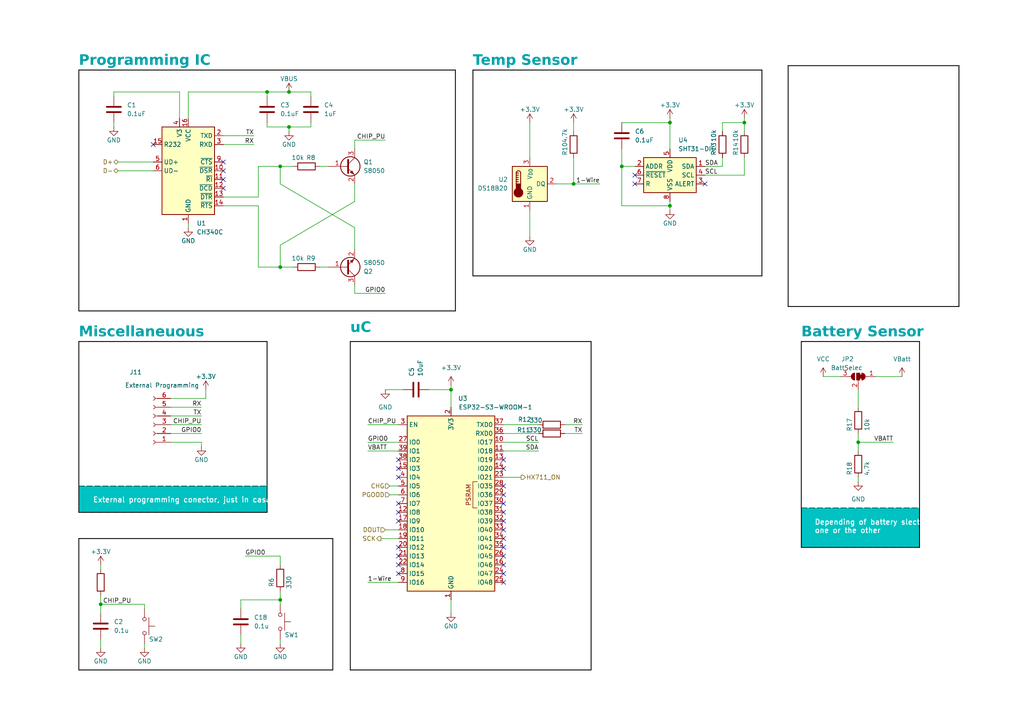
<source format=kicad_sch>
(kicad_sch (version 20231120) (generator "eeschema") (generator_version "8.0")
  (paper "A4")
  (title_block (title "Gas Weigther") (date "2024-08-26") (rev "1"))
  (lib_symbols
    (symbol "Connector:Conn_01x06_Female" (pin_names (offset 1.016) hide)
      (property "Reference" "J" (at 0 7.62 0))
      (property "Value" "Conn_01x06_Female" (at 0 -10.16 0))
      (symbol "Conn_01x06_Female_1_1"
        (arc (start 0 -7.112) (mid -0.5058 -7.62) (end 0 -8.128) (stroke (width 0.1524)))
        (arc (start 0 -4.572) (mid -0.5058 -5.08) (end 0 -5.588) (stroke (width 0.1524)))
        (arc (start 0 -2.032) (mid -0.5058 -2.54) (end 0 -3.048) (stroke (width 0.1524)))
        (polyline (pts (xy -1.27 -7.62) (xy -0.508 -7.62)) (stroke (width 0.1524)))
        (polyline (pts (xy -1.27 -5.08) (xy -0.508 -5.08)) (stroke (width 0.1524)))
        (polyline (pts (xy -1.27 -2.54) (xy -0.508 -2.54)) (stroke (width 0.1524)))
        (polyline (pts (xy -1.27 0) (xy -0.508 0)) (stroke (width 0.1524)))
        (polyline (pts (xy -1.27 2.54) (xy -0.508 2.54)) (stroke (width 0.1524)))
        (polyline (pts (xy -1.27 5.08) (xy -0.508 5.08)) (stroke (width 0.1524)))
        (arc (start 0 0.508) (mid -0.5058 0) (end 0 -0.508) (stroke (width 0.1524)))
        (arc (start 0 3.048) (mid -0.5058 2.54) (end 0 2.032) (stroke (width 0.1524)))
        (arc (start 0 5.588) (mid -0.5058 5.08) (end 0 4.572) (stroke (width 0.1524)))
        (pin passive line (at -5.08 5.08 0) (length 3.81) (name "Pin_1") (number "1"))
        (pin passive line (at -5.08 2.54 0) (length 3.81) (name "Pin_2") (number "2"))
        (pin passive line (at -5.08 0 0) (length 3.81) (name "Pin_3") (number "3"))
        (pin passive line (at -5.08 -2.54 0) (length 3.81) (name "Pin_4") (number "4"))
        (pin passive line (at -5.08 -5.08 0) (length 3.81) (name "Pin_5") (number "5"))
        (pin passive line (at -5.08 -7.62 0) (length 3.81) (name "Pin_6") (number "6"))
      )
    )
    (symbol "Device:C" (pin_numbers hide) (pin_names (offset 0.254))
      (property "Reference" "C" (at 0.635 2.54 0))
      (property "Value" "C" (at 0.635 -2.54 0))
      (symbol "C_0_1"
        (polyline (pts (xy -2.032 -0.762) (xy 2.032 -0.762)) (stroke (width 0.508)))
        (polyline (pts (xy -2.032 0.762) (xy 2.032 0.762)) (stroke (width 0.508)))
      )
      (symbol "C_1_1"
        (pin passive line (at 0 3.81 270) (length 2.794) (name "~") (number "1"))
        (pin passive line (at 0 -3.81 90) (length 2.794) (name "~") (number "2"))
      )
    )
    (symbol "Device:R" (pin_numbers hide) (pin_names (offset 0))
      (property "Reference" "R" (at 2.032 0 90))
      (property "Value" "R" (at 0 0 90))
      (symbol "R_0_1"
        (rectangle (start -1.016 -2.54) (end 1.016 2.54) (stroke (width 0.254)))
      )
      (symbol "R_1_1"
        (pin passive line (at 0 3.81 270) (length 1.27) (name "~") (number "1"))
        (pin passive line (at 0 -3.81 90) (length 1.27) (name "~") (number "2"))
      )
    )
    (symbol "Interface_USB:CH340C"
      (property "Reference" "U" (at -5.08 13.97 0))
      (property "Value" "CH340C" (at 1.27 13.97 0))
      (symbol "CH340C_0_1"
        (rectangle (start -7.62 12.7) (end 7.62 -12.7) (stroke (width 0.254)) (fill (type background)))
      )
      (symbol "CH340C_1_1"
        (pin power_in line (at 0 -15.24 90) (length 2.54) (name "GND") (number "1"))
        (pin input line (at 10.16 0 180) (length 2.54) (name "~{DSR}") (number "10"))
        (pin input line (at 10.16 -2.54 180) (length 2.54) (name "~{RI}") (number "11"))
        (pin input line (at 10.16 -5.08 180) (length 2.54) (name "~{DCD}") (number "12"))
        (pin output line (at 10.16 -7.62 180) (length 2.54) (name "~{DTR}") (number "13"))
        (pin output line (at 10.16 -10.16 180) (length 2.54) (name "~{RTS}") (number "14"))
        (pin input line (at -10.16 7.62 0) (length 2.54) (name "R232") (number "15"))
        (pin power_in line (at 0 15.24 270) (length 2.54) (name "VCC") (number "16"))
        (pin output line (at 10.16 10.16 180) (length 2.54) (name "TXD") (number "2"))
        (pin input line (at 10.16 7.62 180) (length 2.54) (name "RXD") (number "3"))
        (pin passive line (at -2.54 15.24 270) (length 2.54) (name "V3") (number "4"))
        (pin bidirectional line (at -10.16 2.54 0) (length 2.54) (name "UD+") (number "5"))
        (pin bidirectional line (at -10.16 0 0) (length 2.54) (name "UD-") (number "6"))
        (pin no_connect line (at -7.62 -7.62 0) (length 2.54) hide (name "NC") (number "7"))
        (pin no_connect line (at -7.62 -10.16 0) (length 2.54) hide (name "NC") (number "8"))
        (pin input line (at 10.16 2.54 180) (length 2.54) (name "~{CTS}") (number "9"))
      )
    )
    (symbol "Jumper:SolderJumper_3_Bridged12" (pin_names (offset 0) hide)
      (property "Reference" "JP" (at -2.54 -2.54 0))
      (property "Value" "SolderJumper_3_Bridged12" (at 0 2.794 0))
      (symbol "SolderJumper_3_Bridged12_0_1"
        (rectangle (start -1.016 0.508) (end -0.508 -0.508) (fill (type outline)))
        (arc (start -1.016 1.016) (mid -2.0276 0) (end -1.016 -1.016))
        (arc (start -1.016 1.016) (mid -2.0276 0) (end -1.016 -1.016) (fill (type outline)))
        (rectangle (start -0.508 1.016) (end 0.508 -1.016) (fill (type outline)))
        (polyline (pts (xy -2.54 0) (xy -2.032 0)))
        (polyline (pts (xy -1.016 1.016) (xy -1.016 -1.016)))
        (polyline (pts (xy 0 -1.27) (xy 0 -1.016)))
        (polyline (pts (xy 1.016 1.016) (xy 1.016 -1.016)))
        (polyline (pts (xy 2.54 0) (xy 2.032 0)))
        (arc (start 1.016 -1.016) (mid 2.0276 0) (end 1.016 1.016))
        (arc (start 1.016 -1.016) (mid 2.0276 0) (end 1.016 1.016) (fill (type outline)))
      )
      (symbol "SolderJumper_3_Bridged12_1_1"
        (pin passive line (at -5.08 0 0) (length 2.54) (name "A") (number "1"))
        (pin passive line (at 0 -3.81 90) (length 2.54) (name "C") (number "2"))
        (pin passive line (at 5.08 0 180) (length 2.54) (name "B") (number "3"))
      )
    )
    (symbol "Power_Symbols:VBatt" (power) (pin_names (offset 0))
      (property "Value" "VBatt" (at 0 6.35 0))
      (symbol "VBatt_0_1"
        (polyline (pts (xy -0.762 1.27) (xy 0 2.54)))
        (polyline (pts (xy 0 0) (xy 0 2.54)))
        (polyline (pts (xy 0 2.54) (xy 0.762 1.27)))
      )
      (symbol "VBatt_1_1"
        (pin power_in line (at 0 0 90) (length 0) hide (name "VBatt") (number "1"))
      )
    )
    (symbol "RF_Module:ESP32-S3-WROOM-1"
      (property "Reference" "U" (at -12.7 26.67 0))
      (property "Value" "ESP32-S3-WROOM-1" (at 12.7 26.67 0))
      (symbol "ESP32-S3-WROOM-1_0_0"
        (rectangle (start -12.7 25.4) (end 12.7 -25.4) (stroke (width 0.254)) (fill (type background)))
        (text "PSRAM" (at 5.08 2.54 900) (effects (font (size 1.27 1.27))))
      )
      (symbol "ESP32-S3-WROOM-1_0_1"
        (polyline (pts (xy 7.62 -1.27) (xy 6.35 -1.27) (xy 6.35 6.35) (xy 7.62 6.35)))
      )
      (symbol "ESP32-S3-WROOM-1_1_1"
        (pin power_in line (at 0 -27.94 90) (length 2.54) (name "GND") (number "1"))
        (pin bidirectional line (at 15.24 17.78 180) (length 2.54) (name "IO17") (number "10"))
        (pin bidirectional line (at 15.24 15.24 180) (length 2.54) (name "IO18") (number "11"))
        (pin bidirectional line (at -15.24 -2.54 0) (length 2.54) (name "IO8") (number "12"))
        (pin bidirectional line (at 15.24 12.7 180) (length 2.54) (name "IO19") (number "13"))
        (pin bidirectional line (at 15.24 10.16 180) (length 2.54) (name "IO20") (number "14"))
        (pin bidirectional line (at -15.24 10.16 0) (length 2.54) (name "IO3") (number "15"))
        (pin bidirectional line (at 15.24 -17.78 180) (length 2.54) (name "IO46") (number "16"))
        (pin bidirectional line (at -15.24 -5.08 0) (length 2.54) (name "IO9") (number "17"))
        (pin bidirectional line (at -15.24 -7.62 0) (length 2.54) (name "IO10") (number "18"))
        (pin bidirectional line (at -15.24 -10.16 0) (length 2.54) (name "IO11") (number "19"))
        (pin power_in line (at 0 27.94 270) (length 2.54) (name "3V3") (number "2"))
        (pin bidirectional line (at -15.24 -12.7 0) (length 2.54) (name "IO12") (number "20"))
        (pin bidirectional line (at -15.24 -15.24 0) (length 2.54) (name "IO13") (number "21"))
        (pin bidirectional line (at -15.24 -17.78 0) (length 2.54) (name "IO14") (number "22"))
        (pin bidirectional line (at 15.24 7.62 180) (length 2.54) (name "IO21") (number "23"))
        (pin bidirectional line (at 15.24 -20.32 180) (length 2.54) (name "IO47") (number "24"))
        (pin bidirectional line (at 15.24 -22.86 180) (length 2.54) (name "IO48") (number "25"))
        (pin bidirectional line (at 15.24 -15.24 180) (length 2.54) (name "IO45") (number "26"))
        (pin bidirectional line (at -15.24 17.78 0) (length 2.54) (name "IO0") (number "27"))
        (pin bidirectional line (at 15.24 5.08 180) (length 2.54) (name "IO35") (number "28"))
        (pin bidirectional line (at 15.24 2.54 180) (length 2.54) (name "IO36") (number "29"))
        (pin input line (at -15.24 22.86 0) (length 2.54) (name "EN") (number "3"))
        (pin bidirectional line (at 15.24 0 180) (length 2.54) (name "IO37") (number "30"))
        (pin bidirectional line (at 15.24 -2.54 180) (length 2.54) (name "IO38") (number "31"))
        (pin bidirectional line (at 15.24 -5.08 180) (length 2.54) (name "IO39") (number "32"))
        (pin bidirectional line (at 15.24 -7.62 180) (length 2.54) (name "IO40") (number "33"))
        (pin bidirectional line (at 15.24 -10.16 180) (length 2.54) (name "IO41") (number "34"))
        (pin bidirectional line (at 15.24 -12.7 180) (length 2.54) (name "IO42") (number "35"))
        (pin bidirectional line (at 15.24 20.32 180) (length 2.54) (name "RXD0") (number "36"))
        (pin bidirectional line (at 15.24 22.86 180) (length 2.54) (name "TXD0") (number "37"))
        (pin bidirectional line (at -15.24 12.7 0) (length 2.54) (name "IO2") (number "38"))
        (pin bidirectional line (at -15.24 15.24 0) (length 2.54) (name "IO1") (number "39"))
        (pin bidirectional line (at -15.24 7.62 0) (length 2.54) (name "IO4") (number "4"))
        (pin passive line (at 0 -27.94 90) (length 2.54) hide (name "GND") (number "40"))
        (pin passive line (at 0 -27.94 90) (length 2.54) hide (name "GND") (number "41"))
        (pin bidirectional line (at -15.24 5.08 0) (length 2.54) (name "IO5") (number "5"))
        (pin bidirectional line (at -15.24 2.54 0) (length 2.54) (name "IO6") (number "6"))
        (pin bidirectional line (at -15.24 0 0) (length 2.54) (name "IO7") (number "7"))
        (pin bidirectional line (at -15.24 -20.32 0) (length 2.54) (name "IO15") (number "8"))
        (pin bidirectional line (at -15.24 -22.86 0) (length 2.54) (name "IO16") (number "9"))
      )
    )
    (symbol "S8050_1" (pin_names (offset 0) hide)
      (property "Reference" "Q1" (at 5.08 1.2701 0))
      (property "Value" "S8050" (at 5.08 -1.2699 0))
      (symbol "S8050_1_0_1"
        (polyline (pts (xy 0 0) (xy 0.635 0)))
        (polyline (pts (xy 0.635 0.635) (xy 2.54 2.54)))
        (polyline (pts (xy 0.635 -0.635) (xy 2.54 -2.54) (xy 2.54 -2.54)))
        (polyline (pts (xy 0.635 1.905) (xy 0.635 -1.905) (xy 0.635 -1.905)) (stroke (width 0.508)))
        (polyline (pts (xy 1.27 -1.778) (xy 1.778 -1.27) (xy 2.286 -2.286) (xy 1.27 -1.778) (xy 1.27 -1.778)) (fill (type outline)))
        (circle (center 1.27 0) (radius 2.8194) (stroke (width 0.254)))
      )
      (symbol "S8050_1_1_1"
        (pin input line (at -5.08 0 0) (length 5.08) (name "B") (number "1"))
        (pin passive line (at 2.54 -5.08 90) (length 2.54) (name "E") (number "2"))
        (pin passive line (at 2.54 5.08 270) (length 2.54) (name "C") (number "3"))
      )
    )
    (symbol "SW_Push_1" (pin_numbers hide) (pin_names (offset 1.016) hide)
      (property "Reference" "SW2" (at 3.81 1.2701 90))
      (property "Value" "SW_Push" (at 3.81 -1.2699 90))
      (symbol "SW_Push_1_0_1"
        (circle (center -2.032 0) (radius 0.508))
        (polyline (pts (xy 0 1.27) (xy 0 3.048)))
        (polyline (pts (xy 2.54 1.27) (xy -2.54 1.27)))
        (circle (center 2.032 0) (radius 0.508))
        (pin passive line (at -5.08 0 0) (length 2.54) (name "1") (number "1"))
      )
      (symbol "SW_Push_1_1_1"
        (pin passive line (at 5.08 0 180) (length 2.54) (name "2") (number "3"))
      )
    )
    (symbol "Sensor_Humidity:SHT31-DIS"
      (property "Reference" "U" (at -6.35 6.35 0))
      (property "Value" "SHT31-DIS" (at 6.35 6.35 0))
      (symbol "SHT31-DIS_0_1"
        (rectangle (start -7.62 5.08) (end 7.62 -5.08) (stroke (width 0.254)) (fill (type background)))
      )
      (symbol "SHT31-DIS_1_1"
        (pin bidirectional line (at 10.16 2.54 180) (length 2.54) (name "SDA") (number "1"))
        (pin input line (at -10.16 2.54 0) (length 2.54) (name "ADDR") (number "2"))
        (pin output line (at 10.16 -2.54 180) (length 2.54) (name "ALERT") (number "3"))
        (pin input line (at 10.16 0 180) (length 2.54) (name "SCL") (number "4"))
        (pin power_in line (at 0 7.62 270) (length 2.54) (name "VDD") (number "5"))
        (pin input line (at -10.16 0 0) (length 2.54) (name "~{RESET}") (number "6"))
        (pin passive line (at -10.16 -2.54 0) (length 2.54) (name "R") (number "7"))
        (pin power_in line (at 0 -7.62 90) (length 2.54) (name "VSS") (number "8"))
        (pin passive line (at 0 -7.62 90) (length 2.54) hide (name "VSS") (number "9"))
      )
    )
    (symbol "Sensor_Temperature:DS18B20"
      (property "Reference" "U" (at -3.81 6.35 0))
      (property "Value" "DS18B20" (at 6.35 6.35 0))
      (symbol "DS18B20_0_1"
        (rectangle (start -5.08 5.08) (end 5.08 -5.08) (stroke (width 0.254)) (fill (type background)))
        (circle (center -3.302 -2.54) (radius 1.27) (stroke (width 0.254)) (fill (type outline)))
        (rectangle (start -2.667 -1.905) (end -3.937 0) (stroke (width 0.254)) (fill (type outline)))
        (arc (start -2.667 3.175) (mid -3.302 3.8073) (end -3.937 3.175) (stroke (width 0.254)))
        (polyline (pts (xy -3.937 0.635) (xy -3.302 0.635)) (stroke (width 0.254)))
        (polyline (pts (xy -3.937 1.27) (xy -3.302 1.27)) (stroke (width 0.254)))
        (polyline (pts (xy -3.937 1.905) (xy -3.302 1.905)) (stroke (width 0.254)))
        (polyline (pts (xy -3.937 2.54) (xy -3.302 2.54)) (stroke (width 0.254)))
        (polyline (pts (xy -3.937 3.175) (xy -3.937 0)) (stroke (width 0.254)))
        (polyline (pts (xy -3.937 3.175) (xy -3.302 3.175)) (stroke (width 0.254)))
        (polyline (pts (xy -2.667 3.175) (xy -2.667 0)) (stroke (width 0.254)))
      )
      (symbol "DS18B20_1_1"
        (pin power_in line (at 0 -7.62 90) (length 2.54) (name "GND") (number "1"))
        (pin bidirectional line (at 7.62 0 180) (length 2.54) (name "DQ") (number "2"))
        (pin power_in line (at 0 7.62 270) (length 2.54) (name "V_{DD}") (number "3"))
      )
    )
    (symbol "Switch:SW_Push" (pin_numbers hide) (pin_names (offset 1.016) hide)
      (property "Reference" "SW1" (at 3.81 1.2701 90))
      (symbol "SW_Push_0_1"
        (circle (center -2.032 0) (radius 0.508))
        (polyline (pts (xy 0 1.27) (xy 0 3.048)))
        (polyline (pts (xy 2.54 1.27) (xy -2.54 1.27)))
        (circle (center 2.032 0) (radius 0.508))
        (pin passive line (at -5.08 0 0) (length 2.54) (name "1") (number "1"))
      )
      (symbol "SW_Push_1_1"
        (pin passive line (at 5.08 0 180) (length 2.54) (name "2") (number "3"))
      )
    )
    (symbol "power:+3.3V" (power) (pin_names (offset 0))
      (property "Value" "+3.3V" (at 0 3.556 0))
      (symbol "+3.3V_0_1"
        (polyline (pts (xy -0.762 1.27) (xy 0 2.54)))
        (polyline (pts (xy 0 0) (xy 0 2.54)))
        (polyline (pts (xy 0 2.54) (xy 0.762 1.27)))
      )
      (symbol "+3.3V_1_1"
        (pin power_in line (at 0 0 90) (length 0) hide (name "+3.3V") (number "1"))
      )
    )
    (symbol "power:GND" (power) (pin_names (offset 0))
      (property "Value" "GND" (at 0 -3.81 0))
      (symbol "GND_0_1"
        (polyline (pts (xy 0 0) (xy 0 -1.27) (xy 1.27 -1.27) (xy 0 -2.54) (xy -1.27 -1.27) (xy 0 -1.27)))
      )
      (symbol "GND_1_1"
        (pin power_in line (at 0 0 270) (length 0) hide (name "GND") (number "1"))
      )
    )
    (symbol "power:VBUS" (power) (pin_names (offset 0))
      (property "Value" "VBUS" (at 0 3.81 0))
      (symbol "VBUS_0_1"
        (polyline (pts (xy -0.762 1.27) (xy 0 2.54)))
        (polyline (pts (xy 0 0) (xy 0 2.54)))
        (polyline (pts (xy 0 2.54) (xy 0.762 1.27)))
      )
      (symbol "VBUS_1_1"
        (pin power_in line (at 0 0 90) (length 0) hide (name "VBUS") (number "1"))
      )
    )
    (symbol "power:VCC" (power) (pin_names (offset 0))
      (property "Value" "VCC" (at 0 3.81 0))
      (symbol "VCC_0_1"
        (polyline (pts (xy -0.762 1.27) (xy 0 2.54)))
        (polyline (pts (xy 0 0) (xy 0 2.54)))
        (polyline (pts (xy 0 2.54) (xy 0.762 1.27)))
      )
      (symbol "VCC_1_1"
        (pin power_in line (at 0 0 90) (length 0) hide (name "VCC") (number "1"))
      )
    )
  )
  (junction (at 29.21 175.26))
  (junction (at 81.28 48.26))
  (junction (at 180.34 48.26))
  (junction (at 166.37 53.34))
  (junction (at 83.82 36.83))
  (junction (at 248.92 128.27))
  (junction (at 194.31 35.56))
  (junction (at 215.9 35.56))
  (junction (at 194.31 59.69))
  (junction (at 130.81 113.03))
  (junction (at 77.47 26.67))
  (junction (at 83.82 26.67))
  (junction (at 81.28 173.99))
  (junction (at 81.28 77.47))
  (no_connect (at 146.05 156.21))
  (no_connect (at 146.05 151.13))
  (no_connect (at 184.15 53.34))
  (no_connect (at 115.57 148.59))
  (no_connect (at 64.77 46.99))
  (no_connect (at 115.57 166.37))
  (no_connect (at 64.77 49.53))
  (no_connect (at 115.57 138.43))
  (no_connect (at 146.05 135.89))
  (no_connect (at 146.05 161.29))
  (no_connect (at 146.05 166.37))
  (no_connect (at 115.57 135.89))
  (no_connect (at 146.05 143.51))
  (no_connect (at 115.57 133.35))
  (no_connect (at 64.77 54.61))
  (no_connect (at 146.05 158.75))
  (no_connect (at 146.05 133.35))
  (no_connect (at 115.57 146.05))
  (no_connect (at 44.45 41.91))
  (no_connect (at 146.05 140.97))
  (no_connect (at 146.05 163.83))
  (no_connect (at 64.77 52.07))
  (no_connect (at 146.05 146.05))
  (no_connect (at 115.57 161.29))
  (no_connect (at 115.57 158.75))
  (no_connect (at 184.15 50.8))
  (no_connect (at 115.57 151.13))
  (no_connect (at 115.57 163.83))
  (no_connect (at 146.05 153.67))
  (no_connect (at 146.05 168.91))
  (no_connect (at 146.05 148.59))
  (no_connect (at 204.47 53.34))
  (wire (pts (xy 49.53 123.19) (xy 58.42 123.19)))
  (wire (pts (xy 115.57 153.67) (xy 111.76 153.67)))
  (wire (pts (xy 106.68 168.91) (xy 115.57 168.91)))
  (wire (pts (xy 83.82 36.83) (xy 90.17 36.83)))
  (wire (pts (xy 194.31 35.56) (xy 194.31 43.18)))
  (wire (pts (xy 215.9 35.56) (xy 215.9 38.1)))
  (wire (pts (xy 69.85 184.15) (xy 69.85 186.69)))
  (wire (pts (xy 90.17 26.67) (xy 90.17 27.94)))
  (wire (pts (xy 102.87 72.39) (xy 102.87 66.04)))
  (wire (pts (xy 69.85 173.99) (xy 81.28 173.99)))
  (wire (pts (xy 194.31 34.29) (xy 194.31 35.56)))
  (polyline (pts (xy 171.45 99.06) (xy 171.45 194.31)) (stroke (width 0.25) (type solid) (color 0 0 0 1)))
  (wire (pts (xy 54.61 66.04) (xy 54.61 64.77)))
  (wire (pts (xy 41.91 176.53) (xy 41.91 175.26)))
  (wire (pts (xy 102.87 82.55) (xy 102.87 85.09)))
  (wire (pts (xy 194.31 60.96) (xy 194.31 59.69)))
  (wire (pts (xy 85.09 48.26) (xy 81.28 48.26)))
  (wire (pts (xy 102.87 66.04) (xy 81.28 53.34)))
  (polyline (pts (xy 101.6 99.06) (xy 171.45 99.06)) (stroke (width 0.25) (type solid) (color 0 0 0 1)))
  (wire (pts (xy 49.53 115.57) (xy 59.69 115.57)))
  (wire (pts (xy 49.53 125.73) (xy 58.42 125.73)))
  (wire (pts (xy 29.21 165.1) (xy 29.21 163.83)))
  (wire (pts (xy 209.55 48.26) (xy 209.55 45.72)))
  (wire (pts (xy 215.9 45.72) (xy 215.9 50.8)))
  (polyline (pts (xy 132.08 20.32) (xy 132.08 90.17)) (stroke (width 0.25) (type solid) (color 0 0 0 1)))
  (wire (pts (xy 59.69 115.57) (xy 59.69 113.03)))
  (polyline (pts (xy 278.13 88.9) (xy 228.6 88.9)) (stroke (width 0.25) (type solid) (color 0 0 0 1)))
  (wire (pts (xy 180.34 35.56) (xy 194.31 35.56)))
  (wire (pts (xy 92.71 77.47) (xy 95.25 77.47)))
  (polyline (pts (xy 77.47 99.06) (xy 77.47 148.59)) (stroke (width 0.25) (type solid) (color 0 0 0 1)))
  (wire (pts (xy 77.47 26.67) (xy 77.47 27.94)))
  (wire (pts (xy 110.49 156.21) (xy 115.57 156.21)))
  (wire (pts (xy 74.93 77.47) (xy 81.28 77.47)))
  (polyline (pts (xy 22.86 156.21) (xy 22.86 194.31)) (stroke (width 0.25) (type solid) (color 0 0 0 1)))
  (wire (pts (xy 58.42 128.27) (xy 58.42 129.54)))
  (wire (pts (xy 102.87 58.42) (xy 81.28 71.12)))
  (wire (pts (xy 64.77 59.69) (xy 74.93 59.69)))
  (wire (pts (xy 77.47 36.83) (xy 83.82 36.83)))
  (wire (pts (xy 49.53 120.65) (xy 58.42 120.65)))
  (polyline (pts (xy 278.13 19.05) (xy 278.13 88.9)) (stroke (width 0.25) (type solid) (color 0 0 0 1)))
  (wire (pts (xy 180.34 59.69) (xy 194.31 59.69)))
  (wire (pts (xy 146.05 128.27) (xy 156.21 128.27)))
  (wire (pts (xy 81.28 186.69) (xy 81.28 185.42)))
  (wire (pts (xy 33.02 26.67) (xy 52.07 26.67)))
  (polyline (pts (xy 266.7 158.75) (xy 232.41 158.75)) (stroke (width 0.25) (type solid) (color 0 0 0 1)))
  (wire (pts (xy 54.61 26.67) (xy 77.47 26.67)))
  (wire (pts (xy 180.34 43.18) (xy 180.34 48.26)))
  (wire (pts (xy 204.47 48.26) (xy 209.55 48.26)))
  (polyline (pts (xy 228.6 19.05) (xy 278.13 19.05)) (stroke (width 0.25) (type solid) (color 0 0 0 1)))
  (wire (pts (xy 248.92 128.27) (xy 259.08 128.27)))
  (wire (pts (xy 81.28 161.29) (xy 81.28 163.83)))
  (wire (pts (xy 111.76 113.03) (xy 116.84 113.03)))
  (wire (pts (xy 248.92 125.73) (xy 248.92 128.27)))
  (wire (pts (xy 102.87 40.64) (xy 111.76 40.64)))
  (wire (pts (xy 90.17 36.83) (xy 90.17 35.56)))
  (wire (pts (xy 83.82 36.83) (xy 83.82 38.1)))
  (polyline (pts (xy 220.98 20.32) (xy 220.98 80.01)) (stroke (width 0.25) (type solid) (color 0 0 0 1)))
  (wire (pts (xy 33.02 27.94) (xy 33.02 26.67)))
  (wire (pts (xy 215.9 34.29) (xy 215.9 35.56)))
  (wire (pts (xy 77.47 36.83) (xy 77.47 35.56)))
  (wire (pts (xy 113.03 140.97) (xy 115.57 140.97)))
  (wire (pts (xy 243.84 109.22) (xy 238.76 109.22)))
  (wire (pts (xy 54.61 26.67) (xy 54.61 34.29)))
  (wire (pts (xy 29.21 177.8) (xy 29.21 175.26)))
  (wire (pts (xy 204.47 50.8) (xy 215.9 50.8)))
  (polyline (pts (xy 22.86 99.06) (xy 77.47 99.06)) (stroke (width 0.25) (type solid) (color 0 0 0 1)))
  (wire (pts (xy 102.87 85.09) (xy 111.76 85.09)))
  (wire (pts (xy 64.77 39.37) (xy 73.66 39.37)))
  (wire (pts (xy 146.05 123.19) (xy 156.21 123.19)))
  (wire (pts (xy 81.28 77.47) (xy 85.09 77.47)))
  (wire (pts (xy 180.34 48.26) (xy 184.15 48.26)))
  (polyline (pts (xy 228.6 19.05) (xy 228.6 88.9)) (stroke (width 0.25) (type solid) (color 0 0 0 1)))
  (wire (pts (xy 64.77 57.15) (xy 74.93 57.15)))
  (wire (pts (xy 153.67 60.96) (xy 153.67 68.58)))
  (wire (pts (xy 102.87 43.18) (xy 102.87 40.64)))
  (wire (pts (xy 81.28 53.34) (xy 81.28 48.26)))
  (wire (pts (xy 248.92 138.43) (xy 248.92 139.7)))
  (wire (pts (xy 166.37 35.56) (xy 166.37 38.1)))
  (wire (pts (xy 81.28 71.12) (xy 81.28 77.47)))
  (polyline (pts (xy 96.52 156.21) (xy 96.52 194.31)) (stroke (width 0.25) (type solid) (color 0 0 0 1)))
  (wire (pts (xy 153.67 35.56) (xy 153.67 45.72)))
  (wire (pts (xy 163.83 125.73) (xy 168.91 125.73)))
  (wire (pts (xy 74.93 48.26) (xy 74.93 57.15)))
  (wire (pts (xy 146.05 125.73) (xy 156.21 125.73)))
  (wire (pts (xy 83.82 26.67) (xy 90.17 26.67)))
  (polyline (pts (xy 77.47 148.59) (xy 22.86 148.59)) (stroke (width 0.25) (type solid) (color 0 0 0 1)))
  (wire (pts (xy 81.28 173.99) (xy 81.28 175.26)))
  (wire (pts (xy 77.47 26.67) (xy 83.82 26.67)))
  (wire (pts (xy 81.28 171.45) (xy 81.28 173.99)))
  (wire (pts (xy 166.37 53.34) (xy 166.37 45.72)))
  (wire (pts (xy 146.05 138.43) (xy 151.13 138.43)))
  (wire (pts (xy 29.21 175.26) (xy 41.91 175.26)))
  (wire (pts (xy 71.12 161.29) (xy 81.28 161.29)))
  (wire (pts (xy 74.93 59.69) (xy 74.93 77.47)))
  (wire (pts (xy 194.31 59.69) (xy 194.31 58.42)))
  (polyline (pts (xy 132.08 90.17) (xy 22.86 90.17)) (stroke (width 0.25) (type solid) (color 0 0 0 1)))
  (wire (pts (xy 180.34 48.26) (xy 180.34 59.69)))
  (wire (pts (xy 29.21 187.96) (xy 29.21 185.42)))
  (wire (pts (xy 209.55 35.56) (xy 215.9 35.56)))
  (wire (pts (xy 115.57 128.27) (xy 106.68 128.27)))
  (wire (pts (xy 74.93 48.26) (xy 81.28 48.26)))
  (polyline (pts (xy 22.86 20.32) (xy 132.08 20.32)) (stroke (width 0.25) (type solid) (color 0 0 0 1)))
  (polyline (pts (xy 22.86 20.32) (xy 22.86 90.17)) (stroke (width 0.25) (type solid) (color 0 0 0 1)))
  (wire (pts (xy 248.92 113.03) (xy 248.92 118.11)))
  (polyline (pts (xy 137.16 20.32) (xy 220.98 20.32)) (stroke (width 0.25) (type solid) (color 0 0 0 1)))
  (wire (pts (xy 41.91 187.96) (xy 41.91 186.69)))
  (polyline (pts (xy 171.45 194.31) (xy 101.6 194.31)) (stroke (width 0.25) (type solid) (color 0 0 0 1)))
  (wire (pts (xy 106.68 130.81) (xy 115.57 130.81)))
  (wire (pts (xy 130.81 173.99) (xy 130.81 177.8)))
  (polyline (pts (xy 22.86 99.06) (xy 22.86 148.59)) (stroke (width 0.25) (type solid) (color 0 0 0 1)))
  (polyline (pts (xy 101.6 99.06) (xy 101.6 194.31)) (stroke (width 0.25) (type solid) (color 0 0 0 1)))
  (wire (pts (xy 33.02 36.83) (xy 33.02 35.56)))
  (wire (pts (xy 64.77 41.91) (xy 73.66 41.91)))
  (wire (pts (xy 209.55 38.1) (xy 209.55 35.56)))
  (polyline (pts (xy 232.41 99.06) (xy 232.41 158.75)) (stroke (width 0.25) (type solid) (color 0 0 0 1)))
  (wire (pts (xy 124.46 113.03) (xy 130.81 113.03)))
  (wire (pts (xy 130.81 113.03) (xy 130.81 118.11)))
  (wire (pts (xy 34.29 49.53) (xy 44.45 49.53)))
  (wire (pts (xy 166.37 53.34) (xy 173.99 53.34)))
  (wire (pts (xy 49.53 118.11) (xy 58.42 118.11)))
  (wire (pts (xy 146.05 130.81) (xy 156.21 130.81)))
  (wire (pts (xy 29.21 175.26) (xy 29.21 172.72)))
  (wire (pts (xy 69.85 176.53) (xy 69.85 173.99)))
  (wire (pts (xy 163.83 123.19) (xy 168.91 123.19)))
  (wire (pts (xy 248.92 128.27) (xy 248.92 130.81)))
  (wire (pts (xy 130.81 111.76) (xy 130.81 113.03)))
  (polyline (pts (xy 22.86 156.21) (xy 96.52 156.21)) (stroke (width 0.25) (type solid) (color 0 0 0 1)))
  (wire (pts (xy 161.29 53.34) (xy 166.37 53.34)))
  (polyline (pts (xy 96.52 194.31) (xy 22.86 194.31)) (stroke (width 0.25) (type solid) (color 0 0 0 1)))
  (wire (pts (xy 52.07 26.67) (xy 52.07 34.29)))
  (wire (pts (xy 34.29 46.99) (xy 44.45 46.99)))
  (polyline (pts (xy 266.7 99.06) (xy 266.7 158.75)) (stroke (width 0.25) (type solid) (color 0 0 0 1)))
  (polyline (pts (xy 220.98 80.01) (xy 137.16 80.01)) (stroke (width 0.25) (type solid) (color 0 0 0 1)))
  (polyline (pts (xy 137.16 20.32) (xy 137.16 80.01)) (stroke (width 0.25) (type solid) (color 0 0 0 1)))
  (wire (pts (xy 49.53 128.27) (xy 58.42 128.27)))
  (polyline (pts (xy 232.41 99.06) (xy 266.7 99.06)) (stroke (width 0.25) (type solid) (color 0 0 0 1)))
  (wire (pts (xy 261.62 109.22) (xy 254 109.22)))
  (wire (pts (xy 113.03 143.51) (xy 115.57 143.51)))
  (wire (pts (xy 92.71 48.26) (xy 95.25 48.26)))
  (wire (pts (xy 106.68 123.19) (xy 115.57 123.19)))
  (wire (pts (xy 102.87 58.42) (xy 102.87 53.34)))
  (rectangle (start 232.41 147.32) (end 266.7 158.75) (stroke (width 0) (type dash) (color 0 0 0 1)) (fill (type color) (color 0 194 194 1)))
  (rectangle (start 22.86 140.97) (end 77.47 148.59) (stroke (width 0) (type dash) (color 0 0 0 1)) (fill (type color) (color 0 194 194 1)))
  (text "Programming IC" (at 22.86 20.32 0) (effects (font (size 3 3) (thickness 0.6) (bold yes)) (justify left bottom)))
  (text "Temp Sensor" (at 137.16 20.32 0) (effects (font (size 3 3) (thickness 0.6) (bold yes)) (justify left bottom)))
  (text "uC" (at 101.6 97.79 0) (effects (font (size 3 3) (thickness 0.6) (bold yes)) (justify left bottom)))
  (text "External programming conector, just in case.." (at 26.924 146.05 0) (effects (font (size 1.5 1.5) (thickness 0.2508) (bold yes)) (justify left bottom)))
  (text "Miscellaneuous" (at 22.86 99.06 0) (effects (font (size 3 3) (thickness 0.6) (bold yes)) (justify left bottom)))
  (text "Battery Sensor" (at 232.41 99.06 0) (effects (font (size 3 3) (thickness 0.6) (bold yes)) (justify left bottom)))
  (text "Depending of battery slect \none or the other" (at 236.22 154.94 0) (effects (font (size 1.5 1.5) (thickness 0.2508) (bold yes)) (justify left bottom)))
  (label "1-Wire" (at 106.68 168.91 0))
  (label "RX" (at 168.91 123.19 180))
  (label "1-Wire" (at 173.99 53.34 180))
  (label "CHIP_PU" (at 106.68 123.19 0))
  (label "RX" (at 73.66 41.91 180))
  (label "GPIO0" (at 106.68 128.27 0))
  (label "CHIP_PU" (at 58.42 123.19 180))
  (label "VBATT" (at 106.68 130.81 0))
  (label "GPIO0" (at 71.12 161.29 0))
  (label "CHIP_PU" (at 111.76 40.64 180))
  (label "SDA" (at 204.47 48.26 0))
  (label "SCL" (at 156.21 128.27 180))
  (label "TX" (at 73.66 39.37 180))
  (label "SDA" (at 156.21 130.81 180))
  (label "GPIO0" (at 111.76 85.09 180))
  (label "RX" (at 58.42 118.11 180))
  (label "TX" (at 168.91 125.73 180))
  (label "GPIO0" (at 58.42 125.73 180))
  (label "SCL" (at 204.47 50.8 0))
  (label "TX" (at 58.42 120.65 180))
  (label "VBATT" (at 259.08 128.27 180))
  (label "CHIP_PU" (at 38.1 175.26 180))
  (hierarchical_label "CHG" (shape input) (at 113.03 140.97 180))
  (hierarchical_label "HX711_ON" (shape output) (at 151.13 138.43 0))
  (hierarchical_label "SCK" (shape output) (at 110.49 156.21 180))
  (hierarchical_label "D-" (shape bidirectional) (at 34.29 49.53 180))
  (hierarchical_label "PGOOD" (shape input) (at 113.03 143.51 180))
  (hierarchical_label "D+" (shape bidirectional) (at 34.29 46.99 180))
  (hierarchical_label "DOUT" (shape input) (at 111.76 153.67 180))
  (symbol (lib_id "power:GND") (at 81.28 186.69 0) (unit 1)
    (property "Reference" "#PWR038" (effects (hide yes)))
    (property "Value" "GND" (at 81.28 190.5 0))
    (instances (project "GasWeighter" (path "" (reference "#PWR038") (unit 1))) (project "Arbolito" (path "" (reference "#PWR029") (unit 1))))
  )
  (symbol (lib_id "Device:R") (at 160.02 123.19 90) (unit 1)
    (property "Reference" "R12" (at 152.146 121.666 90))
    (property "Value" "330" (at 155.448 121.92 90))
    (property "Footprint" "Resistor_SMD:R_0805_2012Metric_Pad1.20x1.40mm_HandSolder" (effects (hide yes)))
  )
  (symbol (lib_id "Sensor_Humidity:SHT31-DIS") (at 194.31 50.8 0) (unit 1)
    (property "Reference" "U4" (at 196.7356 40.64 0) (effects (justify left)))
    (property "Value" "SHT31-DIS" (at 196.7356 43.18 0) (effects (justify left)))
    (property "Footprint" "Sensor_Humidity:Sensirion_DFN-8-1EP_2.5x2.5mm_P0.5mm_EP1.1x1.7mm" (effects (hide yes)))
    (property "Datasheet" "https://www.sensirion.com/fileadmin/user_upload/customers/sensirion/Dokumente/2_Humidity_Sensors/Datasheets/Sensirion_Humidity_Sensors_SHT3x_Datasheet_digital.pdf" (effects (hide yes)))
    (instances (project "GasWeighter" (path "" (reference "U4") (unit 1))) (project "Arbolito" (path "" (reference "U5") (unit 1))))
  )
  (symbol (lib_id "power:GND") (at 29.21 187.96 0) (unit 1)
    (property "Reference" "#PWR036" (effects (hide yes)))
    (property "Value" "GND" (at 29.21 191.77 0))
    (instances (project "GasWeighter" (path "" (reference "#PWR036") (unit 1))) (project "Arbolito" (path "" (reference "#PWR027") (unit 1))))
  )
  (symbol (lib_id "RF_Module:ESP32-S3-WROOM-1") (at 130.81 146.05 0) (unit 1)
    (property "Reference" "U3" (at 132.842 115.57 0) (effects (justify left)))
    (property "Value" "ESP32-S3-WROOM-1" (at 133.0041 118.11 0) (effects (justify left)))
    (property "Footprint" "RF_Module:ESP32-S3-WROOM-1" (effects (hide yes)))
    (property "Datasheet" "https://www.espressif.com/sites/default/files/documentation/esp32-s3-wroom-1_wroom-1u_datasheet_en.pdf" (effects (hide yes)))
    (property "Description" "RF Module, ESP32-S3 SoC, Wi-Fi 802.11b/g/n, Bluetooth, BLE, 32-bit, 3.3V, onboard antenna, SMD" (effects (hide yes)))
  )
  (symbol (lib_id "Switch:SW_Push") (at 81.28 180.34 270) (unit 1)
    (property "Reference" "SW1" (at 82.5501 184.15 90) (effects (justify left)))
    (property "Value" "SW_Push" (effects (hide yes)))
    (property "Footprint" "Library:Button" (effects (hide yes)))
    (instances (project "GasWeighter" (path "" (reference "SW1") (unit 1))) (project "Arbolito" (path "" (reference "SW3") (unit 1))))
  )
  (symbol (lib_id "Device:C") (at 29.21 181.61 0) (unit 1)
    (property "Reference" "C2" (at 33.02 180.3399 0) (effects (justify left)))
    (property "Value" "0.1u" (at 33.02 182.8799 0) (effects (justify left)))
    (property "Footprint" "Capacitor_SMD:C_0805_2012Metric" (effects (hide yes)))
    (instances (project "GasWeighter" (path "" (reference "C2") (unit 1))) (project "Arbolito" (path "" (reference "C10") (unit 1))))
  )
  (symbol (lib_id "power:+3.3V") (at 166.37 35.56 0) (unit 1)
    (property "Reference" "#PWR022" (effects (hide yes)))
    (property "Value" "+3.3V" (at 166.37 31.75 0))
    (instances (project "GasWeighter" (path "" (reference "#PWR022") (unit 1))) (project "Arbolito" (path "" (reference "#PWR033") (unit 1))))
  )
  (symbol (lib_id "Device:R") (at 81.28 167.64 0) (unit 1)
    (property "Reference" "R6" (at 78.74 168.91 90))
    (property "Value" "330" (at 83.82 168.91 90))
    (property "Footprint" "Resistor_SMD:R_0805_2012Metric_Pad1.20x1.40mm_HandSolder" (effects (hide yes)))
    (instances (project "GasWeighter" (path "" (reference "R6") (unit 1))) (project "Arbolito" (path "" (reference "R13") (unit 1))))
  )
  (symbol (lib_id "Device:C") (at 69.85 180.34 0) (unit 1)
    (property "Reference" "C18" (at 73.66 179.0699 0) (effects (justify left)))
    (property "Value" "0.1u" (at 73.66 181.6099 0) (effects (justify left)))
    (property "Footprint" "Capacitor_SMD:C_0805_2012Metric" (effects (hide yes)))
  )
  (symbol (lib_id "Device:R") (at 248.92 121.92 0) (unit 1)
    (property "Reference" "R17" (at 246.38 123.19 90))
    (property "Value" "10k" (at 251.46 123.19 90))
    (property "Footprint" "Resistor_SMD:R_0805_2012Metric_Pad1.20x1.40mm_HandSolder" (effects (hide yes)))
    (instances (project "GasWeighter" (path "" (reference "R17") (unit 1))) (project "Arbolito" (path "" (reference "R21") (unit 1))))
  )
  (symbol (lib_id "Sensor_Temperature:DS18B20") (at 153.67 53.34 0) (unit 1)
    (property "Reference" "U2" (at 147.32 52.0699 0) (effects (justify right)))
    (property "Value" "DS18B20" (at 147.32 54.6099 0) (effects (justify right)))
    (property "Footprint" "Package_TO_SOT_THT:TO-92_Inline" (effects (hide yes)))
    (property "Datasheet" "http://datasheets.maximintegrated.com/en/ds/DS18B20.pdf" (effects (hide yes)))
  )
  (symbol (lib_id "Device:C") (at 90.17 31.75 0) (unit 1)
    (property "Reference" "C4" (at 93.98 30.4799 0) (effects (justify left)))
    (property "Value" "1uF" (at 93.98 33.0199 0) (effects (justify left)))
    (property "Footprint" "Capacitor_SMD:C_0805_2012Metric" (effects (hide yes)))
    (instances (project "GasWeighter" (path "" (reference "C4") (unit 1))) (project "Arbolito" (path "" (reference "C5") (unit 1))))
  )
  (symbol (lib_id "Interface_USB:CH340C") (at 54.61 49.53 0) (unit 1)
    (property "Reference" "U1" (at 57.0356 64.77 0) (effects (justify left)))
    (property "Value" "CH340C" (at 57.0356 67.31 0) (effects (justify left)))
    (property "Footprint" "Package_SO:SOIC-16_3.9x9.9mm_P1.27mm" (effects (hide yes)))
    (property "Datasheet" "https://datasheet.lcsc.com/szlcsc/Jiangsu-Qin-Heng-CH340C_C84681.pdf" (effects (hide yes)))
    (instances (project "GasWeighter" (path "" (reference "U1") (unit 1))) (project "Arbolito" (path "" (reference "U2") (unit 1))))
  )
  (symbol (lib_id "power:GND") (at 153.67 68.58 0) (unit 1)
    (property "Reference" "#PWR021" (effects (hide yes)))
    (property "Value" "GND" (at 153.67 72.39 0))
    (instances (project "GasWeighter" (path "" (reference "#PWR021") (unit 1))) (project "Arbolito" (path "" (reference "#PWR034") (unit 1))))
  )
  (symbol (lib_id "Device:R") (at 166.37 41.91 180) (unit 1)
    (property "Reference" "R10" (at 163.83 43.18 90))
    (property "Value" "4.7k" (at 163.83 39.37 90))
    (property "Footprint" "Resistor_SMD:R_0805_2012Metric_Pad1.20x1.40mm_HandSolder" (effects (hide yes)))
    (instances (project "GasWeighter" (path "" (reference "R10") (unit 1))) (project "Arbolito" (path "" (reference "R14") (unit 1))))
  )
  (symbol (lib_id "power:GND") (at 58.42 129.54 0) (unit 1)
    (property "Reference" "#PWR016" (effects (hide yes)))
    (property "Value" "GND" (at 58.42 133.35 0))
    (instances (project "GasWeighter" (path "" (reference "#PWR016") (unit 1))) (project "Arbolito" (path "" (reference "#PWR0101") (unit 1))))
  )
  (symbol (lib_id "Device:R") (at 209.55 41.91 180) (unit 1)
    (property "Reference" "R13" (at 207.01 43.18 90))
    (property "Value" "10k" (at 207.01 39.37 90))
    (property "Footprint" "Resistor_SMD:R_0805_2012Metric_Pad1.20x1.40mm_HandSolder" (effects (hide yes)))
    (instances (project "GasWeighter" (path "" (reference "R13") (unit 1))) (project "Arbolito" (path "" (reference "R14") (unit 1))))
  )
  (symbol (lib_id "power:+3.3V") (at 59.69 113.03 0) (unit 1)
    (property "Reference" "#PWR017" (effects (hide yes)))
    (property "Value" "+3.3V" (at 59.69 109.22 0))
    (instances (project "GasWeighter" (path "" (reference "#PWR017") (unit 1))) (project "Arbolito" (path "" (reference "#PWR0102") (unit 1))))
  )
  (symbol (lib_id "power:GND") (at 248.92 139.7 0) (unit 1)
    (property "Reference" "#PWR04" (effects (hide yes)))
    (property "Value" "GND" (at 248.92 144.78 0))
    (instances (project "GasWeighter" (path "" (reference "#PWR04") (unit 1))) (project "Arbolito" (path "" (reference "#PWR0104") (unit 1))))
  )
  (symbol (lib_id "Device:R") (at 29.21 168.91 180) (unit 1)
    (property "Reference" "R5" (effects (hide yes)))
    (property "Value" "10k" (effects (hide yes)))
    (property "Footprint" "Resistor_SMD:R_0805_2012Metric_Pad1.20x1.40mm_HandSolder" (effects (hide yes)))
    (instances (project "GasWeighter" (path "" (reference "R5") (unit 1))) (project "Arbolito" (path "" (reference "R10") (unit 1))))
  )
  (symbol (lib_id "power:GND") (at 111.76 113.03 0) (unit 1)
    (property "Reference" "#PWR030" (effects (hide yes)))
    (property "Value" "GND" (at 111.76 118.11 0))
    (instances (project "GasWeighter" (path "" (reference "#PWR030") (unit 1))) (project "Arbolito" (path "" (reference "#PWR021") (unit 1))))
  )
  (symbol (lib_id "Device:C") (at 77.47 31.75 0) (unit 1)
    (property "Reference" "C3" (at 81.28 30.4799 0) (effects (justify left)))
    (property "Value" "0.1uF" (at 81.28 33.0199 0) (effects (justify left)))
    (property "Footprint" "Capacitor_SMD:C_0805_2012Metric" (effects (hide yes)))
    (instances (project "GasWeighter" (path "" (reference "C3") (unit 1))) (project "Arbolito" (path "" (reference "C4") (unit 1))))
  )
  (symbol (lib_id "power:VCC") (at 238.76 109.22 0) (unit 1)
    (property "Reference" "#PWR034" (effects (hide yes)))
    (property "Value" "VCC" (at 238.76 104.14 0))
    (instances (project "GasWeighter" (path "" (reference "#PWR034") (unit 1))) (project "Arbolito" (path "" (reference "#PWR016") (unit 1))))
  )
  (symbol (lib_id "Device:R") (at 88.9 77.47 270) (mirror x) (unit 1)
    (property "Reference" "R9" (at 90.17 74.93 90))
    (property "Value" "10k" (at 86.36 74.93 90))
    (property "Footprint" "Resistor_SMD:R_0805_2012Metric_Pad1.20x1.40mm_HandSolder" (effects (hide yes)))
    (instances (project "GasWeighter" (path "" (reference "R9") (unit 1))) (project "Arbolito" (path "" (reference "R5") (unit 1))))
  )
  (symbol (lib_id "power:+3.3V") (at 29.21 163.83 0) (unit 1)
    (property "Reference" "#PWR035" (effects (hide yes)))
    (property "Value" "+3.3V" (at 29.21 160.02 0))
    (instances (project "GasWeighter" (path "" (reference "#PWR035") (unit 1))) (project "Arbolito" (path "" (reference "#PWR026") (unit 1))))
  )
  (symbol (lib_name "S8050_1") (lib_id "Transistor_BJT:S8050") (at 100.33 77.47 0) (mirror x) (unit 1)
    (property "Reference" "Q2" (at 105.41 78.7401 0) (effects (justify left)))
    (property "Value" "S8050" (at 105.41 76.2001 0) (effects (justify left)))
    (property "Footprint" "Package_TO_SOT_SMD:SOT-23" (effects (hide yes)))
    (property "Datasheet" "http://www.unisonic.com.tw/datasheet/S8050.pdf" (effects (hide yes)))
    (instances (project "GasWeighter" (path "" (reference "Q2") (unit 1))) (project "Arbolito" (path "" (reference "Q1") (unit 1))))
  )
  (symbol (lib_id "power:GND") (at 130.81 177.8 0) (unit 1)
    (property "Reference" "#PWR039" (effects (hide yes)))
    (property "Value" "GND" (at 130.81 181.61 0))
  )
  (symbol (lib_id "power:GND") (at 54.61 66.04 0) (unit 1)
    (property "Reference" "#PWR015" (effects (hide yes)))
    (property "Value" "GND" (at 54.61 69.85 0))
    (instances (project "GasWeighter" (path "" (reference "#PWR015") (unit 1))) (project "Arbolito" (path "" (reference "#PWR013") (unit 1))))
  )
  (symbol (lib_id "power:GND") (at 194.31 60.96 0) (unit 1)
    (property "Reference" "#PWR044" (effects (hide yes)))
    (property "Value" "GND" (at 194.31 64.77 0))
    (instances (project "GasWeighter" (path "" (reference "#PWR044") (unit 1))) (project "Arbolito" (path "" (reference "#PWR034") (unit 1))))
  )
  (symbol (lib_id "Device:C") (at 120.65 113.03 90) (unit 1)
    (property "Reference" "C5" (at 119.3799 109.22 0) (effects (justify left)))
    (property "Value" "10uF" (at 121.9199 109.22 0) (effects (justify left)))
    (property "Footprint" "Capacitor_SMD:C_0805_2012Metric" (effects (hide yes)))
    (instances (project "GasWeighter" (path "" (reference "C5") (unit 1))) (project "Arbolito" (path "" (reference "C8") (unit 1))))
  )
  (symbol (lib_id "power:+3.3V") (at 130.81 111.76 0) (unit 1)
    (property "Reference" "#PWR032" (effects (hide yes)))
    (property "Value" "+3.3V" (at 130.81 106.68 0))
    (instances (project "GasWeighter" (path "" (reference "#PWR032") (unit 1))) (project "Arbolito" (path "" (reference "#PWR024") (unit 1))))
  )
  (symbol (lib_id "Connector:Conn_01x06_Female") (at 44.45 123.19 180) (unit 1)
    (property "Reference" "J11" (at 39.37 107.95 0))
    (property "Value" "External Programming" (at 46.99 111.76 0))
    (property "Footprint" "Connector_PinHeader_2.54mm:PinHeader_1x06_P2.54mm_Vertical" (effects (hide yes)))
    (instances (project "GasWeighter" (path "" (reference "J11") (unit 1))) (project "Arbolito" (path "" (reference "J2") (unit 1))))
  )
  (symbol (lib_name "SW_Push_1") (lib_id "Switch:SW_Push") (at 41.91 181.61 270) (unit 1)
    (property "Reference" "SW2" (at 43.1801 185.42 90) (effects (justify left)))
    (property "Value" "SW_Push" (effects (hide yes)))
    (property "Footprint" "Library:Button" (effects (hide yes)))
    (instances (project "GasWeighter" (path "" (reference "SW2") (unit 1))) (project "Arbolito" (path "" (reference "SW4") (unit 1))))
  )
  (symbol (lib_id "Power_Symbols:VBatt") (at 261.62 109.22 0) (unit 1)
    (property "Reference" "#PWR041" (effects (hide yes)))
    (property "Value" "VBatt" (at 261.62 104.14 0))
  )
  (symbol (lib_id "power:VBUS") (at 83.82 26.67 0) (unit 1)
    (property "Reference" "#PWR018" (effects (hide yes)))
    (property "Value" "VBUS" (at 83.82 22.86 0))
    (instances (project "GasWeighter" (path "" (reference "#PWR018") (unit 1))) (project "Arbolito" (path "" (reference "#PWR09") (unit 1))))
  )
  (symbol (lib_id "power:GND") (at 41.91 187.96 0) (unit 1)
    (property "Reference" "#PWR040" (effects (hide yes)))
    (property "Value" "GND" (at 41.91 191.77 0))
    (instances (project "GasWeighter" (path "" (reference "#PWR040") (unit 1))) (project "Arbolito" (path "" (reference "#PWR031") (unit 1))))
  )
  (symbol (lib_id "power:+3.3V") (at 194.31 34.29 0) (unit 1)
    (property "Reference" "#PWR043" (effects (hide yes)))
    (property "Value" "+3.3V" (at 194.31 30.48 0))
    (instances (project "GasWeighter" (path "" (reference "#PWR043") (unit 1))) (project "Arbolito" (path "" (reference "#PWR033") (unit 1))))
  )
  (symbol (lib_id "Device:C") (at 180.34 39.37 0) (unit 1)
    (property "Reference" "C6" (at 184.15 38.0999 0) (effects (justify left)))
    (property "Value" "0.1uF" (at 184.15 40.6399 0) (effects (justify left)))
    (property "Footprint" "Capacitor_SMD:C_0805_2012Metric" (effects (hide yes)))
    (instances (project "GasWeighter" (path "" (reference "C6") (unit 1))) (project "Arbolito" (path "" (reference "C12") (unit 1))))
  )
  (symbol (lib_name "S8050_1") (lib_id "Transistor_BJT:S8050") (at 100.33 48.26 0) (unit 1)
    (property "Reference" "Q1" (at 105.41 46.9899 0) (effects (justify left)))
    (property "Value" "S8050" (at 105.41 49.5299 0) (effects (justify left)))
    (property "Footprint" "Package_TO_SOT_SMD:SOT-23" (effects (hide yes)))
    (property "Datasheet" "http://www.unisonic.com.tw/datasheet/S8050.pdf" (effects (hide yes)))
    (instances (project "GasWeighter" (path "" (reference "Q1") (unit 1))) (project "Arbolito" (path "" (reference "Q2") (unit 1))))
  )
  (symbol (lib_id "Device:R") (at 88.9 48.26 270) (mirror x) (unit 1)
    (property "Reference" "R8" (at 90.17 45.72 90))
    (property "Value" "10k" (at 86.36 45.72 90))
    (property "Footprint" "Resistor_SMD:R_0805_2012Metric_Pad1.20x1.40mm_HandSolder" (effects (hide yes)))
    (instances (project "GasWeighter" (path "" (reference "R8") (unit 1))) (project "Arbolito" (path "" (reference "R6") (unit 1))))
  )
  (symbol (lib_id "Device:R") (at 160.02 125.73 90) (unit 1)
    (property "Reference" "R11" (at 151.892 124.714 90))
    (property "Value" "330" (at 155.194 124.714 90))
    (property "Footprint" "Resistor_SMD:R_0805_2012Metric_Pad1.20x1.40mm_HandSolder" (effects (hide yes)))
  )
  (symbol (lib_id "power:+3.3V") (at 153.67 35.56 0) (unit 1)
    (property "Reference" "#PWR020" (effects (hide yes)))
    (property "Value" "+3.3V" (at 153.67 31.75 0))
    (instances (project "GasWeighter" (path "" (reference "#PWR020") (unit 1))) (project "Arbolito" (path "" (reference "#PWR033") (unit 1))))
  )
  (symbol (lib_id "Device:R") (at 215.9 41.91 180) (unit 1)
    (property "Reference" "R14" (at 213.36 43.18 90))
    (property "Value" "10k" (at 213.36 39.37 90))
    (property "Footprint" "Resistor_SMD:R_0805_2012Metric_Pad1.20x1.40mm_HandSolder" (effects (hide yes)))
    (instances (project "GasWeighter" (path "" (reference "R14") (unit 1))) (project "Arbolito" (path "" (reference "R17") (unit 1))))
  )
  (symbol (lib_id "Device:C") (at 33.02 31.75 0) (unit 1)
    (property "Reference" "C1" (at 36.83 30.4799 0) (effects (justify left)))
    (property "Value" "0.1uF" (at 36.83 33.0199 0) (effects (justify left)))
    (property "Footprint" "Capacitor_SMD:C_0805_2012Metric" (effects (hide yes)))
    (instances (project "GasWeighter" (path "" (reference "C1") (unit 1))) (project "Arbolito" (path "" (reference "C11") (unit 1))))
  )
  (symbol (lib_id "Device:R") (at 248.92 134.62 0) (unit 1)
    (property "Reference" "R18" (at 246.38 135.89 90))
    (property "Value" "4.7k" (at 251.46 135.89 90))
    (property "Footprint" "Resistor_SMD:R_0805_2012Metric_Pad1.20x1.40mm_HandSolder" (effects (hide yes)))
    (instances (project "GasWeighter" (path "" (reference "R18") (unit 1))) (project "Arbolito" (path "" (reference "R20") (unit 1))))
  )
  (symbol (lib_id "power:GND") (at 69.85 186.69 0) (unit 1)
    (property "Reference" "#PWR037" (effects (hide yes)))
    (property "Value" "GND" (at 69.85 190.5 0))
  )
  (symbol (lib_id "power:GND") (at 33.02 36.83 0) (unit 1)
    (property "Reference" "#PWR014" (effects (hide yes)))
    (property "Value" "GND" (at 33.02 40.64 0))
    (instances (project "GasWeighter" (path "" (reference "#PWR014") (unit 1))) (project "Arbolito" (path "" (reference "#PWR010") (unit 1))))
  )
  (symbol (lib_id "power:GND") (at 83.82 38.1 0) (unit 1)
    (property "Reference" "#PWR019" (effects (hide yes)))
    (property "Value" "GND" (at 83.82 41.91 0))
    (instances (project "GasWeighter" (path "" (reference "#PWR019") (unit 1))) (project "Arbolito" (path "" (reference "#PWR020") (unit 1))))
  )
  (symbol (lib_id "Jumper:SolderJumper_3_Bridged12") (at 248.92 109.22 0) (mirror y) (unit 1)
    (property "Reference" "JP2" (at 247.65 104.14 0) (effects (justify left)))
    (property "Value" "BattSelec" (at 250.1899 106.68 0) (effects (justify left)))
    (property "Footprint" "Jumper:SolderJumper-3_P1.3mm_Bridged12_RoundedPad1.0x1.5mm" (effects (hide yes)))
  )
  (symbol (lib_id "power:+3.3V") (at 215.9 34.29 0) (unit 1)
    (property "Reference" "#PWR045" (effects (hide yes)))
    (property "Value" "+3.3V" (at 215.9 30.48 0))
    (instances (project "GasWeighter" (path "" (reference "#PWR045") (unit 1))) (project "Arbolito" (path "" (reference "#PWR032") (unit 1))))
  )
)
</source>
